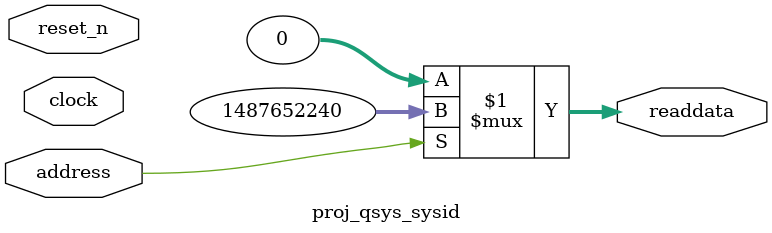
<source format=v>

`timescale 1ns / 1ps
// synthesis translate_on

// turn off superfluous verilog processor warnings 
// altera message_level Level1 
// altera message_off 10034 10035 10036 10037 10230 10240 10030 

module proj_qsys_sysid (
               // inputs:
                address,
                clock,
                reset_n,

               // outputs:
                readdata
             )
;

  output  [ 31: 0] readdata;
  input            address;
  input            clock;
  input            reset_n;

  wire    [ 31: 0] readdata;
  //control_slave, which is an e_avalon_slave
  assign readdata = address ? 1487652240 : 0;

endmodule




</source>
